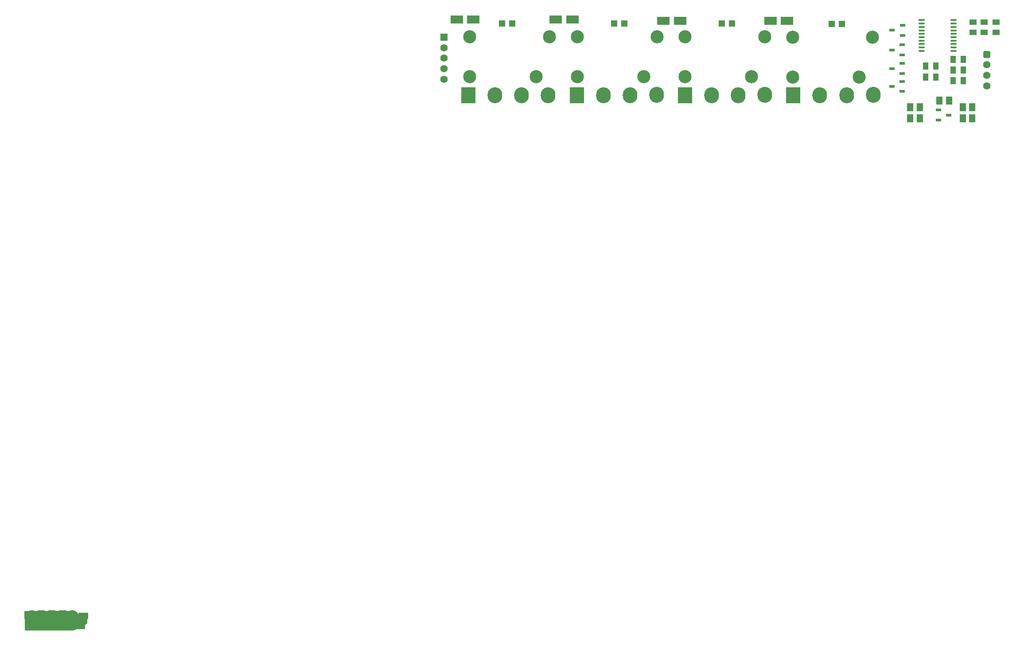
<source format=gbr>
G04*
G04 #@! TF.GenerationSoftware,Altium Limited,Altium Designer,23.0.1 (38)*
G04*
G04 Layer_Color=255*
<<<<<<< HEAD
%FSLAX24Y24*%
%MOIN*%
G70*
G04*
G04 #@! TF.SameCoordinates,BEEE6B11-5ECA-4AAD-BFAB-FF97A37F51A9*
=======
%FSLAX25Y25*%
%MOIN*%
G70*
G04*
G04 #@! TF.SameCoordinates,3E06254A-0F58-42D6-91FB-0DF0C2053515*
>>>>>>> 086f05f611e4eabd8aa2a084d90faab6d215b326
G04*
G04*
G04 #@! TF.FilePolarity,Positive*
G04*
G01*
G75*
<<<<<<< HEAD
%ADD17R,0.0472X0.0512*%
%ADD18R,0.0413X0.0531*%
%ADD19R,0.0472X0.0142*%
%ADD20O,0.0472X0.0142*%
%ADD21R,0.0925X0.0610*%
%ADD22R,0.0531X0.0413*%
%ADD23R,0.0394X0.0236*%
%ADD24R,0.0472X0.0591*%
%ADD42R,0.1100X0.1200*%
%ADD43O,0.1100X0.1200*%
%ADD44C,0.0984*%
%ADD45C,0.0551*%
G04:AMPARAMS|DCode=46|XSize=55.1mil|YSize=55.1mil|CornerRadius=13.8mil|HoleSize=0mil|Usage=FLASHONLY|Rotation=270.000|XOffset=0mil|YOffset=0mil|HoleType=Round|Shape=RoundedRectangle|*
%AMROUNDEDRECTD46*
21,1,0.0551,0.0276,0,0,270.0*
21,1,0.0276,0.0551,0,0,270.0*
1,1,0.0276,-0.0138,-0.0138*
1,1,0.0276,-0.0138,0.0138*
1,1,0.0276,0.0138,0.0138*
1,1,0.0276,0.0138,-0.0138*
%
%ADD46ROUNDEDRECTD46*%
%ADD47R,0.0551X0.0551*%
D17*
X63816Y49450D02*
D03*
X64584D02*
D03*
X55566Y49500D02*
D03*
X56334D02*
D03*
X47450D02*
D03*
X48218D02*
D03*
X39016D02*
D03*
X39784D02*
D03*
D18*
X71650Y45450D02*
D03*
X70882D02*
D03*
X71650Y46300D02*
D03*
X70882D02*
D03*
X72966Y45200D02*
D03*
X73734D02*
D03*
X72966Y46000D02*
D03*
X73734D02*
D03*
X72966Y46800D02*
D03*
X73734D02*
D03*
D19*
X70598Y49735D02*
D03*
D20*
Y49480D02*
D03*
Y49224D02*
D03*
Y48968D02*
D03*
Y48712D02*
D03*
Y48456D02*
D03*
Y48200D02*
D03*
Y47944D02*
D03*
Y47688D02*
D03*
Y47432D02*
D03*
X73000Y49735D02*
D03*
Y49480D02*
D03*
Y49224D02*
D03*
Y48968D02*
D03*
Y48712D02*
D03*
Y48456D02*
D03*
Y48200D02*
D03*
Y47944D02*
D03*
Y47688D02*
D03*
Y47432D02*
D03*
D21*
X35620Y49800D02*
D03*
X36880D02*
D03*
X44330D02*
D03*
X43070D02*
D03*
X51170Y49700D02*
D03*
X52430D02*
D03*
X60480D02*
D03*
X59220D02*
D03*
D22*
X75300Y49584D02*
D03*
Y48816D02*
D03*
X76200Y49584D02*
D03*
Y48816D02*
D03*
X74450Y49584D02*
D03*
Y48816D02*
D03*
D23*
X68356Y46100D02*
D03*
X69144Y46474D02*
D03*
Y45726D02*
D03*
Y44376D02*
D03*
Y45124D02*
D03*
X68356Y44750D02*
D03*
X69150Y48600D02*
D03*
Y49348D02*
D03*
X68363Y48974D02*
D03*
X71856Y42974D02*
D03*
Y42226D02*
D03*
X72644Y42600D02*
D03*
X69144Y47126D02*
D03*
Y47874D02*
D03*
X68356Y47500D02*
D03*
D24*
X72650Y43700D02*
D03*
X71941D02*
D03*
X69746Y43200D02*
D03*
X70454D02*
D03*
X70450Y42350D02*
D03*
X69741D02*
D03*
X74400Y43200D02*
D03*
X73691D02*
D03*
X74404Y42350D02*
D03*
X73696D02*
D03*
D42*
X60948Y44098D02*
D03*
X36496Y44096D02*
D03*
X52799Y44099D02*
D03*
X44649D02*
D03*
D43*
X66952Y44102D02*
D03*
X64949Y44099D02*
D03*
X62948Y44098D02*
D03*
X42500Y44100D02*
D03*
X40497Y44097D02*
D03*
X38496Y44096D02*
D03*
X58803Y44103D02*
D03*
X56800Y44100D02*
D03*
X54799Y44099D02*
D03*
X46649D02*
D03*
X48650Y44100D02*
D03*
X50653Y44103D02*
D03*
D44*
X60900Y48450D02*
D03*
X66900D02*
D03*
X65900Y45450D02*
D03*
X60900D02*
D03*
X36600Y45500D02*
D03*
X41600D02*
D03*
X42600Y48500D02*
D03*
X36600D02*
D03*
X44700D02*
D03*
X50700D02*
D03*
X49700Y45500D02*
D03*
X44700D02*
D03*
X52800Y48500D02*
D03*
X58800D02*
D03*
X57800Y45500D02*
D03*
X52800D02*
D03*
D45*
X75500Y44800D02*
D03*
Y45587D02*
D03*
Y46375D02*
D03*
X34650Y45300D02*
D03*
Y46088D02*
D03*
Y46875D02*
D03*
Y47663D02*
D03*
D46*
X75500Y47162D02*
D03*
D47*
X34650Y48450D02*
=======
%ADD17R,0.04724X0.05118*%
%ADD18R,0.04134X0.05315*%
%ADD19R,0.04724X0.01417*%
%ADD20O,0.04724X0.01417*%
%ADD21R,0.09252X0.06102*%
%ADD22R,0.05315X0.04134*%
%ADD23R,0.03937X0.02362*%
%ADD24R,0.04724X0.05906*%
%ADD42R,0.11000X0.12000*%
%ADD43O,0.11000X0.12000*%
%ADD44C,0.09843*%
%ADD45C,0.05512*%
G04:AMPARAMS|DCode=46|XSize=55.12mil|YSize=55.12mil|CornerRadius=13.78mil|HoleSize=0mil|Usage=FLASHONLY|Rotation=270.000|XOffset=0mil|YOffset=0mil|HoleType=Round|Shape=RoundedRectangle|*
%AMROUNDEDRECTD46*
21,1,0.05512,0.02756,0,0,270.0*
21,1,0.02756,0.05512,0,0,270.0*
1,1,0.02756,-0.01378,-0.01378*
1,1,0.02756,-0.01378,0.01378*
1,1,0.02756,0.01378,0.01378*
1,1,0.02756,0.01378,-0.01378*
%
%ADD46ROUNDEDRECTD46*%
%ADD47R,0.05512X0.05512*%
D17*
X638161Y494500D02*
D03*
X645839D02*
D03*
X555661Y495000D02*
D03*
X563339D02*
D03*
X474500D02*
D03*
X482177D02*
D03*
X390161D02*
D03*
X397839D02*
D03*
D18*
X716500Y454500D02*
D03*
X708823D02*
D03*
X716500Y463000D02*
D03*
X708823D02*
D03*
X729661Y452000D02*
D03*
X737339D02*
D03*
X729661Y460000D02*
D03*
X737339D02*
D03*
X729661Y468000D02*
D03*
X737339D02*
D03*
D19*
X705984Y497354D02*
D03*
D20*
Y494795D02*
D03*
Y492236D02*
D03*
Y489677D02*
D03*
Y487118D02*
D03*
Y484559D02*
D03*
Y482000D02*
D03*
Y479441D02*
D03*
Y476882D02*
D03*
Y474323D02*
D03*
X730000Y497354D02*
D03*
Y494795D02*
D03*
Y492236D02*
D03*
Y489677D02*
D03*
Y487118D02*
D03*
Y484559D02*
D03*
Y482000D02*
D03*
Y479441D02*
D03*
Y476882D02*
D03*
Y474323D02*
D03*
D21*
X356201Y498000D02*
D03*
X368799D02*
D03*
X443299D02*
D03*
X430701D02*
D03*
X511701Y497000D02*
D03*
X524299D02*
D03*
X604799D02*
D03*
X592201D02*
D03*
D22*
X753000Y495839D02*
D03*
Y488161D02*
D03*
X762000Y495839D02*
D03*
Y488161D02*
D03*
X744500Y495839D02*
D03*
Y488161D02*
D03*
D23*
X683563Y461000D02*
D03*
X691437Y464740D02*
D03*
Y457260D02*
D03*
Y443760D02*
D03*
Y451240D02*
D03*
X683563Y447500D02*
D03*
X691500Y486000D02*
D03*
Y493480D02*
D03*
X683626Y489740D02*
D03*
X718563Y429740D02*
D03*
Y422260D02*
D03*
X726437Y426000D02*
D03*
X691437Y471260D02*
D03*
Y478740D02*
D03*
X683563Y475000D02*
D03*
D24*
X726500Y437000D02*
D03*
X719413D02*
D03*
X697457Y432000D02*
D03*
X704543D02*
D03*
X704500Y423500D02*
D03*
X697413D02*
D03*
X744000Y432000D02*
D03*
X736913D02*
D03*
X744043Y423500D02*
D03*
X736957D02*
D03*
D42*
X609480Y440980D02*
D03*
X364961Y440961D02*
D03*
X527994Y440994D02*
D03*
X446494D02*
D03*
D43*
X669520Y441020D02*
D03*
X649486Y440986D02*
D03*
X629480Y440980D02*
D03*
X425000Y441000D02*
D03*
X404967Y440967D02*
D03*
X384961Y440961D02*
D03*
X588033Y441033D02*
D03*
X568000Y441000D02*
D03*
X547994Y440994D02*
D03*
X466494D02*
D03*
X486500Y441000D02*
D03*
X506533Y441033D02*
D03*
D44*
X609000Y484500D02*
D03*
X669000D02*
D03*
X659000Y454500D02*
D03*
X609000D02*
D03*
X366000Y455000D02*
D03*
X416000D02*
D03*
X426000Y485000D02*
D03*
X366000D02*
D03*
X447000D02*
D03*
X507000D02*
D03*
X497000Y455000D02*
D03*
X447000D02*
D03*
X528000Y485000D02*
D03*
X588000D02*
D03*
X578000Y455000D02*
D03*
X528000D02*
D03*
D45*
X755000Y448000D02*
D03*
Y455874D02*
D03*
Y463748D02*
D03*
X346500Y453004D02*
D03*
Y460878D02*
D03*
Y468752D02*
D03*
Y476626D02*
D03*
D46*
X755000Y471622D02*
D03*
D47*
X346500Y484500D02*
>>>>>>> 086f05f611e4eabd8aa2a084d90faab6d215b326
D03*
M02*

</source>
